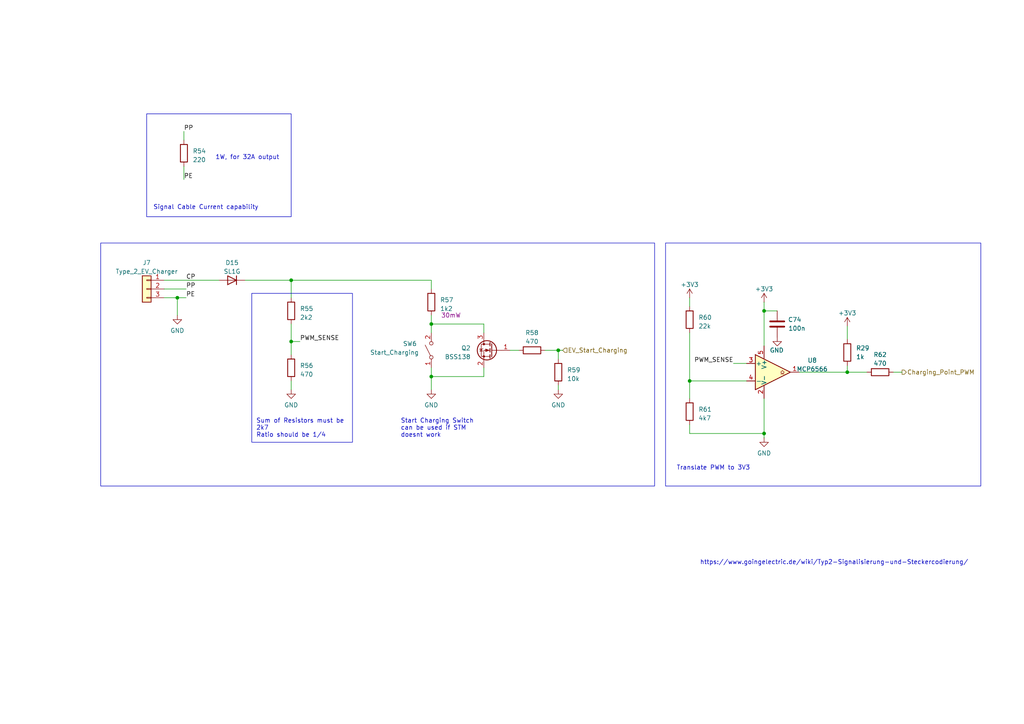
<source format=kicad_sch>
(kicad_sch (version 20250114) (generator "eeschema") (generator_version "9.0")
  (paper "A4")
  (lib_symbols
    (symbol "Comparator:MCP6566" (pin_names (offset 0.127))
      (property "Reference" "U" (at 0 5.08 0))
      (property "Value" "MCP6566" (at 0 -5.08 0))
      (symbol "MCP6566_0_1"
        (polyline (pts (xy -5.08 5.08) (xy 5.08 0) (xy -5.08 -5.08) (xy -5.08 5.08)) (stroke (width 0.254)) (fill (type background)))
        (polyline (pts (xy 3.302 -0.508) (xy 2.794 -0.508) (xy 3.302 0) (xy 2.794 0.508) (xy 2.286 0) (xy 2.794 -0.508) (xy 2.286 -0.508)) (stroke (width 0.127)))
        (pin power_in line (at -2.54 7.62 270) (length 3.81) (name "V+") (number "5"))
        (pin power_in line (at -2.54 -7.62 90) (length 3.81) (name "V-") (number "2"))
      )
      (symbol "MCP6566_1_1"
        (pin input line (at -7.62 2.54 0) (length 2.54) (name "+") (number "3"))
        (pin input line (at -7.62 -2.54 0) (length 2.54) (name "-") (number "4"))
        (pin open_collector line (at 7.62 0 180) (length 2.54) (name "~") (number "1"))
      )
    )
    (symbol "Connector_Generic:Conn_01x03" (pin_names (offset 1.016) (hide yes))
      (property "Reference" "J" (at 0 5.08 0))
      (property "Value" "Conn_01x03" (at 0 -5.08 0))
      (symbol "Conn_01x03_1_1"
        (rectangle (start -1.27 3.81) (end 1.27 -3.81) (stroke (width 0.254)) (fill (type background)))
        (rectangle (start -1.27 2.667) (end 0 2.413) (stroke (width 0.1524)))
        (rectangle (start -1.27 0.127) (end 0 -0.127) (stroke (width 0.1524)))
        (rectangle (start -1.27 -2.413) (end 0 -2.667) (stroke (width 0.1524)))
        (pin passive line (at -5.08 2.54 0) (length 3.81) (name "Pin_1") (number "1"))
        (pin passive line (at -5.08 0 0) (length 3.81) (name "Pin_2") (number "2"))
        (pin passive line (at -5.08 -2.54 0) (length 3.81) (name "Pin_3") (number "3"))
      )
    )
    (symbol "Device:C" (pin_numbers (hide yes)) (pin_names (offset 0.254))
      (property "Reference" "C" (at 0.635 2.54 0))
      (property "Value" "C" (at 0.635 -2.54 0))
      (symbol "C_0_1"
        (polyline (pts (xy -2.032 0.762) (xy 2.032 0.762)) (stroke (width 0.508)))
        (polyline (pts (xy -2.032 -0.762) (xy 2.032 -0.762)) (stroke (width 0.508)))
      )
      (symbol "C_1_1"
        (pin passive line (at 0 3.81 270) (length 2.794) (name "~") (number "1"))
        (pin passive line (at 0 -3.81 90) (length 2.794) (name "~") (number "2"))
      )
    )
    (symbol "Device:R" (pin_numbers (hide yes)) (pin_names (offset 0))
      (property "Reference" "R" (at 2.032 0 90))
      (property "Value" "R" (at 0 0 90))
      (symbol "R_0_1"
        (rectangle (start -1.016 -2.54) (end 1.016 2.54) (stroke (width 0.254)))
      )
      (symbol "R_1_1"
        (pin passive line (at 0 3.81 270) (length 1.27) (name "~") (number "1"))
        (pin passive line (at 0 -3.81 90) (length 1.27) (name "~") (number "2"))
      )
    )
    (symbol "Diode:1N4001" (pin_numbers (hide yes)) (pin_names (hide yes))
      (property "Reference" "D" (at 0 2.54 0))
      (property "Value" "1N4001" (at 0 -2.54 0))
      (symbol "1N4001_0_1"
        (polyline (pts (xy -1.27 1.27) (xy -1.27 -1.27)) (stroke (width 0.254)))
        (polyline (pts (xy 1.27 1.27) (xy 1.27 -1.27) (xy -1.27 0) (xy 1.27 1.27)) (stroke (width 0.254)))
        (polyline (pts (xy 1.27 0) (xy -1.27 0)))
      )
      (symbol "1N4001_1_1"
        (pin passive line (at -3.81 0 0) (length 2.54) (name "K") (number "1"))
        (pin passive line (at 3.81 0 180) (length 2.54) (name "A") (number "2"))
      )
    )
    (symbol "Switch:SW_SPST" (pin_names (offset 0) (hide yes))
      (property "Reference" "SW" (at 0 3.175 0))
      (property "Value" "SW_SPST" (at 0 -2.54 0))
      (symbol "SW_SPST_0_0"
        (circle (center -2.032 0) (radius 0.508))
        (polyline (pts (xy -1.524 0.254) (xy 1.524 1.778)))
        (circle (center 2.032 0) (radius 0.508))
      )
      (symbol "SW_SPST_1_1"
        (pin passive line (at -5.08 0 0) (length 2.54) (name "A") (number "1"))
        (pin passive line (at 5.08 0 180) (length 2.54) (name "B") (number "2"))
      )
    )
    (symbol "Transistor_FET:BSS138" (pin_names (hide yes))
      (property "Reference" "Q" (at 5.08 1.905 0))
      (property "Value" "BSS138" (at 5.08 0 0))
      (symbol "BSS138_0_1"
        (polyline (pts (xy 0.254 1.905) (xy 0.254 -1.905)) (stroke (width 0.254)))
        (polyline (pts (xy 0.254 0) (xy -2.54 0)))
        (polyline (pts (xy 0.762 2.286) (xy 0.762 1.27)) (stroke (width 0.254)))
        (polyline (pts (xy 0.762 0.508) (xy 0.762 -0.508)) (stroke (width 0.254)))
        (polyline (pts (xy 0.762 -1.27) (xy 0.762 -2.286)) (stroke (width 0.254)))
        (polyline (pts (xy 0.762 -1.778) (xy 3.302 -1.778) (xy 3.302 1.778) (xy 0.762 1.778)))
        (polyline (pts (xy 1.016 0) (xy 2.032 0.381) (xy 2.032 -0.381) (xy 1.016 0)) (fill (type outline)))
        (circle (center 1.651 0) (radius 2.794) (stroke (width 0.254)))
        (polyline (pts (xy 2.54 2.54) (xy 2.54 1.778)))
        (circle (center 2.54 1.778) (radius 0.254) (fill (type outline)))
        (circle (center 2.54 -1.778) (radius 0.254) (fill (type outline)))
        (polyline (pts (xy 2.54 -2.54) (xy 2.54 0) (xy 0.762 0)))
        (polyline (pts (xy 2.794 0.508) (xy 2.921 0.381) (xy 3.683 0.381) (xy 3.81 0.254)))
        (polyline (pts (xy 3.302 0.381) (xy 2.921 -0.254) (xy 3.683 -0.254) (xy 3.302 0.381)))
      )
      (symbol "BSS138_1_1"
        (pin input line (at -5.08 0 0) (length 2.54) (name "G") (number "1"))
        (pin passive line (at 2.54 5.08 270) (length 2.54) (name "D") (number "3"))
        (pin passive line (at 2.54 -5.08 90) (length 2.54) (name "S") (number "2"))
      )
    )
    (symbol "power:+3V3" (power) (pin_numbers (hide yes)) (pin_names (offset 0) (hide yes))
      (property "Value" "+3V3" (at 0 3.556 0))
      (symbol "+3V3_0_1"
        (polyline (pts (xy -0.762 1.27) (xy 0 2.54)))
        (polyline (pts (xy 0 2.54) (xy 0.762 1.27)))
        (polyline (pts (xy 0 0) (xy 0 2.54)))
      )
      (symbol "+3V3_1_1"
        (pin power_in line (at 0 0 90) (length 0) (name "~") (number "1"))
      )
    )
    (symbol "power:GND" (power) (pin_numbers (hide yes)) (pin_names (offset 0) (hide yes))
      (property "Value" "GND" (at 0 -3.81 0))
      (symbol "GND_0_1"
        (polyline (pts (xy 0 0) (xy 0 -1.27) (xy 1.27 -1.27) (xy 0 -2.54) (xy -1.27 -1.27) (xy 0 -1.27)))
      )
      (symbol "GND_1_1"
        (pin power_in line (at 0 0 270) (length 0) (name "~") (number "1"))
      )
    )
  )
  (rectangle (start 29.21 70.485) (end 189.865 140.97))
  (rectangle (start 42.545 33.02) (end 84.455 62.865))
  (rectangle (start 73.025 85.09) (end 102.235 128.27))
  (rectangle (start 193.04 70.485) (end 284.48 140.97))
  (text "Start Charging Switch \ncan be used if STM\ndoesnt work" (at 116.205 127 0) (effects (font (size 1.27 1.27)) (justify left bottom)))
  (text "Sum of Resistors must be \n2k7\nRatio should be 1/4" (at 74.295 127 0) (effects (font (size 1.27 1.27)) (justify left bottom)))
  (text "1W, for 32A output" (at 71.755 45.72 0) (effects (font (size 1.27 1.27))))
  (text "Translate PWM to 3V3" (at 196.215 136.525 0) (effects (font (size 1.27 1.27)) (justify left bottom)))
  (text "Signal Cable Current capability" (at 44.45 60.96 0) (effects (font (size 1.27 1.27)) (justify left bottom)))
  (text "https://www.goingelectric.de/wiki/Typ2-Signalisierung-und-Steckercodierung/" (at 241.935 163.195 0) (effects (font (size 1.27 1.27))))
  (junction (at 51.435 86.36))
  (junction (at 221.615 90.17))
  (junction (at 125.095 93.98))
  (junction (at 200.025 110.49))
  (junction (at 161.925 101.6))
  (junction (at 84.455 81.28))
  (junction (at 84.455 99.06))
  (junction (at 245.745 107.95))
  (junction (at 221.615 125.73))
  (junction (at 125.095 109.22))
  (wire (pts (xy 161.925 111.76) (xy 161.925 113.03)))
  (wire (pts (xy 84.455 81.28) (xy 84.455 86.36)))
  (wire (pts (xy 212.725 105.41) (xy 216.535 105.41)))
  (wire (pts (xy 161.925 101.6) (xy 161.925 104.14)))
  (wire (pts (xy 125.095 96.52) (xy 125.095 93.98)))
  (wire (pts (xy 231.775 107.95) (xy 245.745 107.95)))
  (wire (pts (xy 53.34 48.26) (xy 53.34 52.07)))
  (wire (pts (xy 84.455 81.28) (xy 125.095 81.28)))
  (wire (pts (xy 221.615 125.73) (xy 221.615 127)))
  (wire (pts (xy 200.025 86.36) (xy 200.025 88.9)))
  (wire (pts (xy 84.455 99.06) (xy 84.455 102.87)))
  (wire (pts (xy 221.615 90.17) (xy 225.425 90.17)))
  (wire (pts (xy 125.095 106.68) (xy 125.095 109.22)))
  (wire (pts (xy 125.095 93.98) (xy 125.095 91.44)))
  (wire (pts (xy 245.745 106.045) (xy 245.745 107.95)))
  (wire (pts (xy 221.615 115.57) (xy 221.615 125.73)))
  (wire (pts (xy 125.095 109.22) (xy 125.095 113.03)))
  (wire (pts (xy 221.615 90.17) (xy 221.615 100.33)))
  (wire (pts (xy 245.745 94.615) (xy 245.745 98.425)))
  (wire (pts (xy 245.745 107.95) (xy 251.46 107.95)))
  (wire (pts (xy 161.925 101.6) (xy 163.195 101.6)))
  (wire (pts (xy 125.095 81.28) (xy 125.095 83.82)))
  (wire (pts (xy 84.455 110.49) (xy 84.455 113.03)))
  (wire (pts (xy 140.335 93.98) (xy 125.095 93.98)))
  (wire (pts (xy 147.955 101.6) (xy 150.495 101.6)))
  (wire (pts (xy 216.535 110.49) (xy 200.025 110.49)))
  (wire (pts (xy 51.435 86.36) (xy 53.975 86.36)))
  (wire (pts (xy 51.435 86.36) (xy 51.435 91.44)))
  (wire (pts (xy 221.615 87.63) (xy 221.615 90.17)))
  (wire (pts (xy 71.12 81.28) (xy 84.455 81.28)))
  (wire (pts (xy 47.625 83.82) (xy 53.975 83.82)))
  (wire (pts (xy 84.455 99.06) (xy 86.995 99.06)))
  (wire (pts (xy 125.095 109.22) (xy 140.335 109.22)))
  (wire (pts (xy 84.455 93.98) (xy 84.455 99.06)))
  (wire (pts (xy 53.34 38.1) (xy 53.34 40.64)))
  (wire (pts (xy 47.625 86.36) (xy 51.435 86.36)))
  (wire (pts (xy 140.335 96.52) (xy 140.335 93.98)))
  (wire (pts (xy 47.625 81.28) (xy 63.5 81.28)))
  (wire (pts (xy 261.62 107.95) (xy 259.08 107.95)))
  (wire (pts (xy 140.335 109.22) (xy 140.335 106.68)))
  (wire (pts (xy 200.025 123.19) (xy 200.025 125.73)))
  (wire (pts (xy 200.025 96.52) (xy 200.025 110.49)))
  (wire (pts (xy 158.115 101.6) (xy 161.925 101.6)))
  (wire (pts (xy 200.025 110.49) (xy 200.025 115.57)))
  (wire (pts (xy 200.025 125.73) (xy 221.615 125.73)))
  (label "PE" (at 53.975 86.36 0))
  (label "PE" (at 53.34 52.07 0))
  (label "PWM_SENSE" (at 212.725 105.41 180))
  (label "PP" (at 53.975 83.82 0))
  (label "PP" (at 53.34 38.1 0))
  (label "PWM_SENSE" (at 86.995 99.06 0))
  (label "CP" (at 53.975 81.28 0))
  (hierarchical_label "Charging_Point_PWM" (shape output) (at 261.62 107.95 0))
  (hierarchical_label "EV_Start_Charging" (shape input) (at 163.195 101.6 0))
  (symbol (lib_id "Comparator:MCP6566") (at 224.155 107.95 0) (unit 1)
    (property "Reference" "U8" (at 235.585 104.5211 0))
    (property "Value" "MCP6566" (at 235.585 107.0611 0))
    (property "Footprint" "Package_TO_SOT_SMD:SOT-23-5" (effects (hide yes)))
    (property "Datasheet" "http://ww1.microchip.com/downloads/en/DeviceDoc/MCP6566-6R-6U-7-9-1.8V-Low-Power-Open-Drain-Output-Comparator-DS20002143G.pdf" (effects (hide yes)))
    (instances (project "FT25-Charger" (path "" (reference "U8") (unit 1))) (project "EV_Emulator" (path "" (reference "U2") (unit 1))) (project "FT23_Charger" (path "" (reference "U3") (unit 1))))
  )
  (symbol (lib_id "Device:R") (at 84.455 90.17 0) (unit 1)
    (property "Reference" "R55" (at 86.995 89.535 0) (effects (justify left)))
    (property "Value" "2k2" (at 86.995 92.075 0) (effects (justify left)))
    (property "Footprint" "Resistor_SMD:R_0805_2012Metric" (effects (hide yes)))
    (instances (project "FT25-Charger" (path "" (reference "R55") (unit 1))) (project "EV_Emulator" (path "" (reference "R2") (unit 1))) (project "FT23_Charger" (path "" (reference "R17") (unit 1))))
  )
  (symbol (lib_id "Switch:SW_SPST") (at 125.095 101.6 90) (unit 1)
    (property "Reference" "SW6" (at 116.84 99.695 90) (effects (justify right)))
    (property "Value" "Start_Charging" (at 107.315 102.235 90) (effects (justify right)))
    (property "Footprint" "FaSTTUBe_connectors:Micro_Mate-N-Lok_2p_vertical" (effects (hide yes)))
    (property "Description" "Single Pole Single Throw (SPST) switch" (effects (hide yes)))
  )
  (symbol (lib_id "power:GND") (at 84.455 113.03 0) (unit 1)
    (property "Reference" "#PWR0106" (effects (hide yes)))
    (property "Value" "GND" (at 84.455 117.475 0))
    (property "Description" "Power symbol creates a global label with name \"GND\" , ground" (effects (hide yes)))
    (instances (project "FT25-Charger" (path "" (reference "#PWR0106") (unit 1))) (project "FT23_Charger" (path "" (reference "#PWR030") (unit 1))))
  )
  (symbol (lib_id "Device:R") (at 245.745 102.235 180) (unit 1)
    (property "Reference" "R29" (at 248.285 100.9649 0) (effects (justify right)))
    (property "Value" "1k" (at 248.285 103.5049 0) (effects (justify right)))
    (property "Footprint" "Resistor_SMD:R_0603_1608Metric" (effects (hide yes)))
  )
  (symbol (lib_id "power:GND") (at 51.435 91.44 0) (unit 1)
    (property "Reference" "#PWR0105" (effects (hide yes)))
    (property "Value" "GND" (at 51.435 95.885 0))
    (property "Description" "Power symbol creates a global label with name \"GND\" , ground" (effects (hide yes)))
    (instances (project "FT25-Charger" (path "" (reference "#PWR0105") (unit 1))) (project "FT23_Charger" (path "" (reference "#PWR028") (unit 1))))
  )
  (symbol (lib_id "power:GND") (at 221.615 127 0) (unit 1)
    (property "Reference" "#PWR0111" (effects (hide yes)))
    (property "Value" "GND" (at 221.615 131.445 0))
    (property "Description" "Power symbol creates a global label with name \"GND\" , ground" (effects (hide yes)))
    (instances (project "FT25-Charger" (path "" (reference "#PWR0111") (unit 1))) (project "FT23_Charger" (path "" (reference "#PWR036") (unit 1))))
  )
  (symbol (lib_id "Device:C") (at 225.425 93.98 180) (unit 1)
    (property "Reference" "C74" (at 230.505 92.71 0))
    (property "Value" "100n" (at 231.14 95.25 0))
    (property "Footprint" "Capacitor_SMD:C_0603_1608Metric" (effects (hide yes)))
    (instances (project "FT25-Charger" (path "" (reference "C74") (unit 1))) (project "EV_Emulator" (path "" (reference "C1") (unit 1))) (project "FT23_Charger" (path "" (reference "C12") (unit 1))))
  )
  (symbol (lib_id "Device:R") (at 84.455 106.68 0) (unit 1)
    (property "Reference" "R56" (at 86.995 106.045 0) (effects (justify left)))
    (property "Value" "470" (at 86.995 108.585 0) (effects (justify left)))
    (property "Footprint" "Resistor_SMD:R_0805_2012Metric" (effects (hide yes)))
    (instances (project "FT25-Charger" (path "" (reference "R56") (unit 1))) (project "EV_Emulator" (path "" (reference "R6") (unit 1))) (project "FT23_Charger" (path "" (reference "R18") (unit 1))))
  )
  (symbol (lib_id "power:+3V3") (at 221.615 87.63 0) (unit 1)
    (property "Reference" "#PWR0110" (effects (hide yes)))
    (property "Value" "+3V3" (at 221.615 83.82 0))
    (property "Description" "Power symbol creates a global label with name \"+3V3\"" (effects (hide yes)))
    (instances (project "FT25-Charger" (path "" (reference "#PWR0110") (unit 1))) (project "EV_Emulator" (path "" (reference "#PWR011") (unit 1))) (project "FT23_Charger" (path "" (reference "#PWR033") (unit 1))))
  )
  (symbol (lib_id "Diode:1N4001") (at 67.31 81.28 180) (unit 1)
    (property "Reference" "D15" (at 67.31 76.2 0))
    (property "Value" "SL1G" (at 67.31 78.74 0))
    (property "Footprint" "Diode_SMD:D_SOD-123" (effects (hide yes)))
    (property "Datasheet" "https://diotec.com/request/datasheet/sl1a.pdf" (effects (hide yes)))
    (property "Sim.Device" "D" (effects (hide yes)))
    (property "Sim.Pins" "1=K 2=A" (effects (hide yes)))
    (instances (project "FT25-Charger" (path "" (reference "D15") (unit 1))) (project "EV_Emulator" (path "" (reference "D1") (unit 1))) (project "FT23_Charger" (path "" (reference "D4") (unit 1))))
  )
  (symbol (lib_id "Device:R") (at 200.025 92.71 0) (unit 1)
    (property "Reference" "R60" (at 202.565 92.075 0) (effects (justify left)))
    (property "Value" "22k" (at 202.565 94.615 0) (effects (justify left)))
    (property "Footprint" "Resistor_SMD:R_0603_1608Metric" (effects (hide yes)))
    (instances (project "FT25-Charger" (path "" (reference "R60") (unit 1))) (project "EV_Emulator" (path "" (reference "R7") (unit 1))) (project "FT23_Charger" (path "" (reference "R23") (unit 1))))
  )
  (symbol (lib_id "Device:R") (at 125.095 87.63 0) (unit 1)
    (property "Reference" "R57" (at 127.635 86.995 0) (effects (justify left)))
    (property "Value" "1k2" (at 127.635 89.535 0) (effects (justify left)))
    (property "Footprint" "Resistor_SMD:R_0805_2012Metric" (effects (hide yes)))
    (property "Power" "30mW" (at 130.81 91.44 0))
    (instances (project "FT25-Charger" (path "" (reference "R57") (unit 1))) (project "EV_Emulator" (path "" (reference "R3") (unit 1))) (project "FT23_Charger" (path "" (reference "R19") (unit 1))))
  )
  (symbol (lib_id "Transistor_FET:BSS138") (at 142.875 101.6 0) (mirror y) (unit 1)
    (property "Reference" "Q2" (at 136.525 100.965 0) (effects (justify left)))
    (property "Value" "BSS138" (at 136.525 103.505 0) (effects (justify left)))
    (property "Footprint" "Package_TO_SOT_SMD:SOT-23" (effects (hide yes)))
    (property "Datasheet" "https://www.onsemi.com/pub/Collateral/BSS138-D.PDF" (effects (hide yes)))
    (property "Description" "50V Vds, 0.22A Id, N-Channel MOSFET, SOT-23" (effects (hide yes)))
    (instances (project "FT25-Charger" (path "" (reference "Q2") (unit 1))) (project "EV_Emulator" (path "" (reference "Q1") (unit 1))) (project "FT23_Charger" (path "" (reference "Q1") (unit 1))))
  )
  (symbol (lib_id "Device:R") (at 255.27 107.95 90) (unit 1)
    (property "Reference" "R62" (at 255.27 102.87 90))
    (property "Value" "470" (at 255.27 105.41 90))
    (property "Footprint" "Resistor_SMD:R_0603_1608Metric" (effects (hide yes)))
    (instances (project "FT25-Charger" (path "" (reference "R62") (unit 1))) (project "EV_Emulator" (path "" (reference "R13") (unit 1))) (project "FT23_Charger" (path "" (reference "R25") (unit 1))))
  )
  (symbol (lib_id "Device:R") (at 200.025 119.38 0) (unit 1)
    (property "Reference" "R61" (at 202.565 118.745 0) (effects (justify left)))
    (property "Value" "4k7" (at 202.565 121.285 0) (effects (justify left)))
    (property "Footprint" "Resistor_SMD:R_0603_1608Metric" (effects (hide yes)))
    (instances (project "FT25-Charger" (path "" (reference "R61") (unit 1))) (project "EV_Emulator" (path "" (reference "R8") (unit 1))) (project "FT23_Charger" (path "" (reference "R24") (unit 1))))
  )
  (symbol (lib_id "Connector_Generic:Conn_01x03") (at 42.545 83.82 0) (mirror y) (unit 1)
    (property "Reference" "J7" (at 42.545 76.2 0))
    (property "Value" "Type_2_EV_Charger" (at 42.545 78.74 0))
    (property "Footprint" "FaSTTUBe_connectors:Micro_Mate-N-Lok_3p_vertical" (effects (hide yes)))
    (instances (project "FT25-Charger" (path "" (reference "J7") (unit 1))) (project "EV_Emulator" (path "" (reference "J1") (unit 1))) (project "FT23_Charger" (path "" (reference "J2") (unit 1))))
  )
  (symbol (lib_id "power:GND") (at 225.425 97.79 0) (unit 1)
    (property "Reference" "#PWR0112" (effects (hide yes)))
    (property "Value" "GND" (at 227.33 101.6 0) (effects (justify right)))
    (property "Description" "Power symbol creates a global label with name \"GND\" , ground" (effects (hide yes)))
    (instances (project "FT25-Charger" (path "" (reference "#PWR0112") (unit 1))) (project "FT23_Charger" (path "" (reference "#PWR031") (unit 1))))
  )
  (symbol (lib_id "power:GND") (at 125.095 113.03 0) (unit 1)
    (property "Reference" "#PWR0107" (effects (hide yes)))
    (property "Value" "GND" (at 125.095 117.475 0))
    (property "Description" "Power symbol creates a global label with name \"GND\" , ground" (effects (hide yes)))
    (instances (project "FT25-Charger" (path "" (reference "#PWR0107") (unit 1))) (project "FT23_Charger" (path "" (reference "#PWR029") (unit 1))))
  )
  (symbol (lib_id "Device:R") (at 161.925 107.95 0) (unit 1)
    (property "Reference" "R59" (at 164.465 107.315 0) (effects (justify left)))
    (property "Value" "10k" (at 164.465 109.855 0) (effects (justify left)))
    (property "Footprint" "Resistor_SMD:R_0603_1608Metric" (effects (hide yes)))
    (instances (project "FT25-Charger" (path "" (reference "R59") (unit 1))) (project "EV_Emulator" (path "" (reference "R5") (unit 1))) (project "FT23_Charger" (path "" (reference "R21") (unit 1))))
  )
  (symbol (lib_id "Device:R") (at 53.34 44.45 0) (unit 1)
    (property "Reference" "R54" (at 55.88 43.815 0) (effects (justify left)))
    (property "Value" "220" (at 55.88 46.355 0) (effects (justify left)))
    (property "Footprint" "Resistor_SMD:R_2512_6332Metric" (effects (hide yes)))
    (property "Description" "CRM1206-FX-2200ELF" (effects (hide yes)))
    (property "Power" "1W" (effects (hide yes)))
    (instances (project "FT25-Charger" (path "" (reference "R54") (unit 1))) (project "EV_Emulator" (path "" (reference "R1") (unit 1))) (project "FT23_Charger" (path "" (reference "R22") (unit 1))))
  )
  (symbol (lib_id "power:GND") (at 161.925 113.03 0) (unit 1)
    (property "Reference" "#PWR0108" (effects (hide yes)))
    (property "Value" "GND" (at 161.925 117.475 0))
    (property "Description" "Power symbol creates a global label with name \"GND\" , ground" (effects (hide yes)))
    (instances (project "FT25-Charger" (path "" (reference "#PWR0108") (unit 1))) (project "FT23_Charger" (path "" (reference "#PWR034") (unit 1))))
  )
  (symbol (lib_id "power:+3V3") (at 200.025 86.36 0) (unit 1)
    (property "Reference" "#PWR0109" (effects (hide yes)))
    (property "Value" "+3V3" (at 200.025 82.55 0))
    (property "Description" "Power symbol creates a global label with name \"+3V3\"" (effects (hide yes)))
    (instances (project "FT25-Charger" (path "" (reference "#PWR0109") (unit 1))) (project "EV_Emulator" (path "" (reference "#PWR014") (unit 1))) (project "FT23_Charger" (path "" (reference "#PWR032") (unit 1))))
  )
  (symbol (lib_id "power:+3V3") (at 245.745 94.615 0) (unit 1)
    (property "Reference" "#PWR0170" (effects (hide yes)))
    (property "Value" "+3V3" (at 245.745 90.805 0))
    (property "Description" "Power symbol creates a global label with name \"+3V3\"" (effects (hide yes)))
  )
  (symbol (lib_id "Device:R") (at 154.305 101.6 270) (unit 1)
    (property "Reference" "R58" (at 154.305 96.52 90))
    (property "Value" "470" (at 154.305 99.06 90))
    (property "Footprint" "Resistor_SMD:R_0603_1608Metric" (effects (hide yes)))
    (instances (project "FT25-Charger" (path "" (reference "R58") (unit 1))) (project "EV_Emulator" (path "" (reference "R4") (unit 1))) (project "FT23_Charger" (path "" (reference "R20") (unit 1))))
  )
)
</source>
